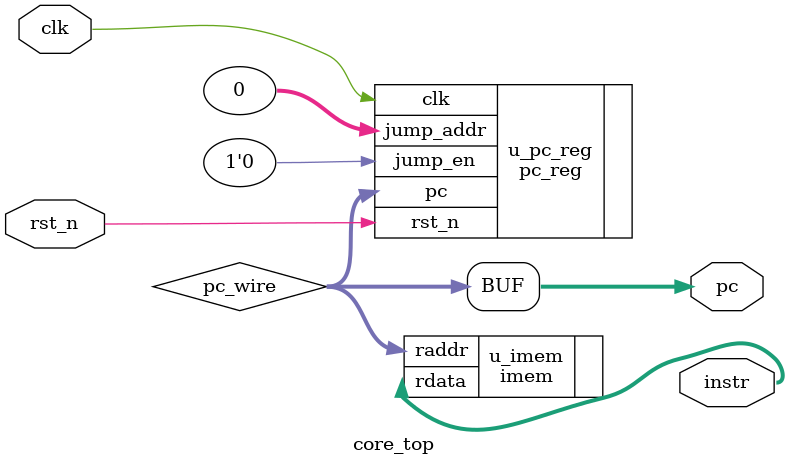
<source format=sv>
module core_top (
    input  logic        clk,
    input  logic        rst_n,
    output logic [31:0] instr,
    output logic [31:0] pc
);

    logic [31:0] pc_wire;

    // PC
    pc_reg u_pc_reg (
        .clk(clk),
        .rst_n(rst_n),
        .jump_en(1'b0),
        .jump_addr(32'b0),
        .pc(pc_wire)
    );

    // IMEM
    imem u_imem (
        .raddr(pc_wire),
        .rdata(instr)
    );

    // 驱动顶层输出端口：必须要写！
    assign pc = pc_wire;

endmodule

</source>
